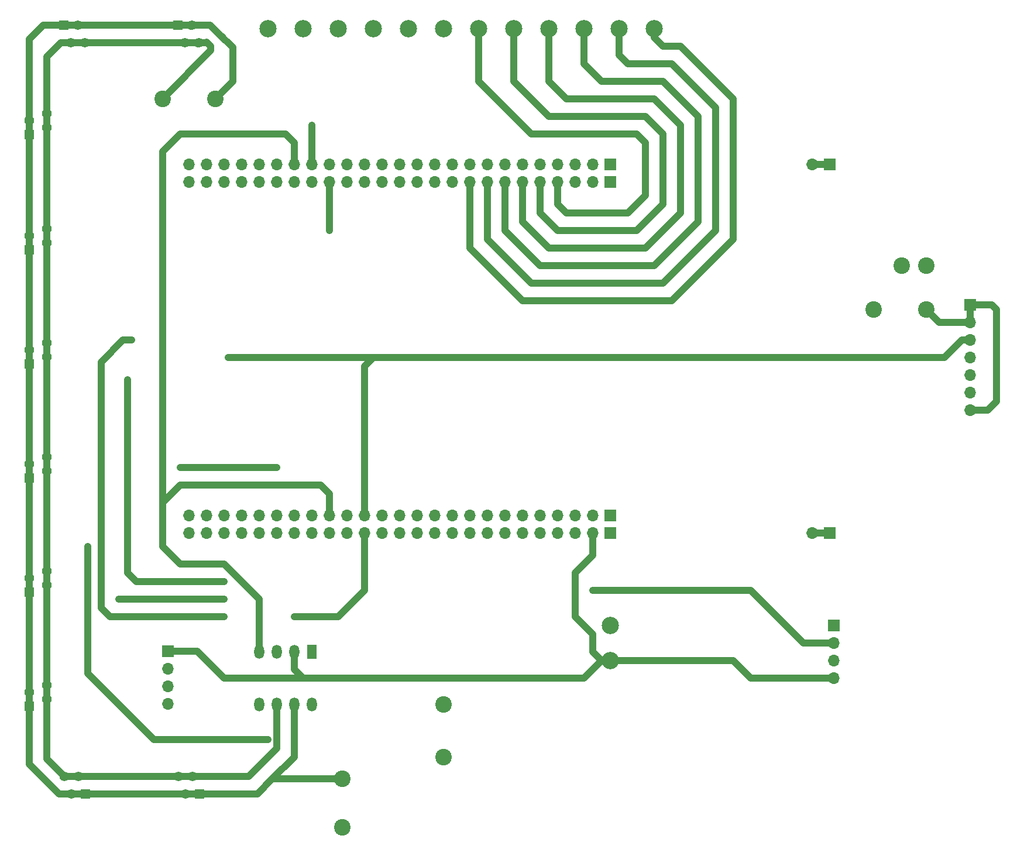
<source format=gbr>
G04 #@! TF.GenerationSoftware,KiCad,Pcbnew,(5.0.2)-1*
G04 #@! TF.CreationDate,2022-12-18T00:38:05+03:00*
G04 #@! TF.ProjectId,aks_mainboard,616b735f-6d61-4696-9e62-6f6172642e6b,rev?*
G04 #@! TF.SameCoordinates,Original*
G04 #@! TF.FileFunction,Copper,L2,Bot*
G04 #@! TF.FilePolarity,Positive*
%FSLAX46Y46*%
G04 Gerber Fmt 4.6, Leading zero omitted, Abs format (unit mm)*
G04 Created by KiCad (PCBNEW (5.0.2)-1) date 18.12.2022 00:38:05*
%MOMM*%
%LPD*%
G01*
G04 APERTURE LIST*
G04 #@! TA.AperFunction,ComponentPad*
%ADD10C,2.400000*%
G04 #@! TD*
G04 #@! TA.AperFunction,ComponentPad*
%ADD11R,1.408000X1.408000*%
G04 #@! TD*
G04 #@! TA.AperFunction,ComponentPad*
%ADD12C,1.408000*%
G04 #@! TD*
G04 #@! TA.AperFunction,ComponentPad*
%ADD13C,2.499360*%
G04 #@! TD*
G04 #@! TA.AperFunction,ComponentPad*
%ADD14O,1.700000X1.700000*%
G04 #@! TD*
G04 #@! TA.AperFunction,ComponentPad*
%ADD15R,1.700000X1.700000*%
G04 #@! TD*
G04 #@! TA.AperFunction,ComponentPad*
%ADD16O,1.440000X2.000000*%
G04 #@! TD*
G04 #@! TA.AperFunction,ComponentPad*
%ADD17R,1.440000X2.000000*%
G04 #@! TD*
G04 #@! TA.AperFunction,ViaPad*
%ADD18C,0.800000*%
G04 #@! TD*
G04 #@! TA.AperFunction,Conductor*
%ADD19C,1.000000*%
G04 #@! TD*
G04 APERTURE END LIST*
D10*
G04 #@! TO.P,,1*
G04 #@! TO.N,N/C*
X122555000Y-163830000D03*
G04 #@! TD*
G04 #@! TO.P,,1*
G04 #@! TO.N,N/C*
X122555000Y-156845000D03*
G04 #@! TD*
G04 #@! TO.P,,1*
G04 #@! TO.N,N/C*
X104140000Y-58420000D03*
G04 #@! TD*
G04 #@! TO.P,,1*
G04 #@! TO.N,N/C*
X96520000Y-58420000D03*
G04 #@! TD*
G04 #@! TO.P,,1*
G04 #@! TO.N,N/C*
X203479400Y-82524600D03*
G04 #@! TD*
G04 #@! TO.P,,1*
G04 #@! TO.N,N/C*
X207010000Y-82550000D03*
G04 #@! TD*
G04 #@! TO.P,,1*
G04 #@! TO.N,N/C*
X199390000Y-88900000D03*
G04 #@! TD*
G04 #@! TO.P,,1*
G04 #@! TO.N,N/C*
X207010000Y-88900000D03*
G04 #@! TD*
D11*
G04 #@! TO.P,,1*
G04 #@! TO.N,N/C*
X85350000Y-158990000D03*
D12*
G04 #@! TO.P,,2*
X84330000Y-156450000D03*
G04 #@! TO.P,,3*
X83310000Y-158990000D03*
G04 #@! TO.P,,4*
X82290000Y-156450000D03*
G04 #@! TD*
G04 #@! TO.P,,4*
G04 #@! TO.N,N/C*
X98800000Y-156450000D03*
G04 #@! TO.P,,3*
X99820000Y-158990000D03*
G04 #@! TO.P,,2*
X100840000Y-156450000D03*
D11*
G04 #@! TO.P,,1*
X101860000Y-158990000D03*
G04 #@! TD*
D13*
G04 #@! TO.P,,1*
G04 #@! TO.N,N/C*
X121920000Y-48260000D03*
X127000000Y-48260000D03*
G04 #@! TD*
D14*
G04 #@! TO.P,,4*
G04 #@! TO.N,N/C*
X97313948Y-145984868D03*
G04 #@! TO.P,,3*
X97313948Y-143444868D03*
G04 #@! TO.P,,2*
X97313948Y-140904868D03*
D15*
G04 #@! TO.P,,1*
X97313948Y-138364868D03*
G04 #@! TD*
D13*
G04 #@! TO.P,,1*
G04 #@! TO.N,N/C*
X162560000Y-48260000D03*
X167640000Y-48260000D03*
G04 #@! TD*
G04 #@! TO.P,,1*
G04 #@! TO.N,N/C*
X116840000Y-48260000D03*
X111760000Y-48260000D03*
G04 #@! TD*
G04 #@! TO.P,,1*
G04 #@! TO.N,N/C*
X137160000Y-48260000D03*
X132080000Y-48260000D03*
G04 #@! TD*
G04 #@! TO.P,,1*
G04 #@! TO.N,N/C*
X147320000Y-48260000D03*
X142240000Y-48260000D03*
G04 #@! TD*
D11*
G04 #@! TO.P,,1*
G04 #@! TO.N,N/C*
X82236361Y-47716901D03*
D12*
G04 #@! TO.P,,2*
X83256361Y-50256901D03*
G04 #@! TO.P,,3*
X84276361Y-47716901D03*
G04 #@! TO.P,,4*
X85296361Y-50256901D03*
G04 #@! TD*
D11*
G04 #@! TO.P,,1*
G04 #@! TO.N,N/C*
X98746361Y-47716901D03*
D12*
G04 #@! TO.P,,2*
X99766361Y-50256901D03*
G04 #@! TO.P,,3*
X100786361Y-47716901D03*
G04 #@! TO.P,,4*
X101806361Y-50256901D03*
G04 #@! TD*
D11*
G04 #@! TO.P,,1*
G04 #@! TO.N,N/C*
X77230000Y-63600000D03*
D12*
G04 #@! TO.P,,2*
X79770000Y-62580000D03*
G04 #@! TO.P,,3*
X77230000Y-61560000D03*
G04 #@! TO.P,,4*
X79770000Y-60540000D03*
G04 #@! TD*
G04 #@! TO.P,,4*
G04 #@! TO.N,N/C*
X79770000Y-77210000D03*
G04 #@! TO.P,,3*
X77230000Y-78230000D03*
G04 #@! TO.P,,2*
X79770000Y-79250000D03*
D11*
G04 #@! TO.P,,1*
X77230000Y-80270000D03*
G04 #@! TD*
D12*
G04 #@! TO.P,,4*
G04 #@! TO.N,N/C*
X79770000Y-93720000D03*
G04 #@! TO.P,,3*
X77230000Y-94740000D03*
G04 #@! TO.P,,2*
X79770000Y-95760000D03*
D11*
G04 #@! TO.P,,1*
X77230000Y-96780000D03*
G04 #@! TD*
D12*
G04 #@! TO.P,,4*
G04 #@! TO.N,N/C*
X79770000Y-110230000D03*
G04 #@! TO.P,,3*
X77230000Y-111250000D03*
G04 #@! TO.P,,2*
X79770000Y-112270000D03*
D11*
G04 #@! TO.P,,1*
X77230000Y-113290000D03*
G04 #@! TD*
D12*
G04 #@! TO.P,,4*
G04 #@! TO.N,N/C*
X79770000Y-126740000D03*
G04 #@! TO.P,,3*
X77230000Y-127760000D03*
G04 #@! TO.P,,2*
X79770000Y-128780000D03*
D11*
G04 #@! TO.P,,1*
X77230000Y-129800000D03*
G04 #@! TD*
D12*
G04 #@! TO.P,,4*
G04 #@! TO.N,N/C*
X79770000Y-143250000D03*
G04 #@! TO.P,,3*
X77230000Y-144270000D03*
G04 #@! TO.P,,2*
X79770000Y-145290000D03*
D11*
G04 #@! TO.P,,1*
X77230000Y-146310000D03*
G04 #@! TD*
D10*
G04 #@! TO.P,,1*
G04 #@! TO.N,N/C*
X137160000Y-146050000D03*
G04 #@! TD*
D15*
G04 #@! TO.P,,1*
G04 #@! TO.N,N/C*
X161290000Y-121285000D03*
D14*
G04 #@! TO.P,,2*
X158750000Y-121285000D03*
G04 #@! TO.P,,3*
X156210000Y-121285000D03*
G04 #@! TO.P,,4*
X153670000Y-121285000D03*
G04 #@! TO.P,,5*
X151130000Y-121285000D03*
G04 #@! TO.P,,6*
X148590000Y-121285000D03*
G04 #@! TO.P,,7*
X146050000Y-121285000D03*
G04 #@! TO.P,,8*
X143510000Y-121285000D03*
G04 #@! TO.P,,9*
X140970000Y-121285000D03*
G04 #@! TO.P,,10*
X138430000Y-121285000D03*
G04 #@! TO.P,,11*
X135890000Y-121285000D03*
G04 #@! TO.P,,12*
X133350000Y-121285000D03*
G04 #@! TO.P,,13*
X130810000Y-121285000D03*
G04 #@! TO.P,,14*
X128270000Y-121285000D03*
G04 #@! TO.P,,15*
X125730000Y-121285000D03*
G04 #@! TO.P,,16*
X123190000Y-121285000D03*
G04 #@! TO.P,,17*
X120650000Y-121285000D03*
G04 #@! TO.P,,18*
X118110000Y-121285000D03*
G04 #@! TO.P,,19*
X115570000Y-121285000D03*
G04 #@! TO.P,,20*
X113030000Y-121285000D03*
G04 #@! TO.P,,21*
X110490000Y-121285000D03*
G04 #@! TO.P,,22*
X107950000Y-121285000D03*
G04 #@! TO.P,,23*
X105410000Y-121285000D03*
G04 #@! TO.P,,24*
X102870000Y-121285000D03*
G04 #@! TO.P,,25*
X100330000Y-121285000D03*
G04 #@! TD*
G04 #@! TO.P,,25*
G04 #@! TO.N,N/C*
X100330000Y-118745000D03*
G04 #@! TO.P,,24*
X102870000Y-118745000D03*
G04 #@! TO.P,,23*
X105410000Y-118745000D03*
G04 #@! TO.P,,22*
X107950000Y-118745000D03*
G04 #@! TO.P,,21*
X110490000Y-118745000D03*
G04 #@! TO.P,,20*
X113030000Y-118745000D03*
G04 #@! TO.P,,19*
X115570000Y-118745000D03*
G04 #@! TO.P,,18*
X118110000Y-118745000D03*
G04 #@! TO.P,,17*
X120650000Y-118745000D03*
G04 #@! TO.P,,16*
X123190000Y-118745000D03*
G04 #@! TO.P,,15*
X125730000Y-118745000D03*
G04 #@! TO.P,,14*
X128270000Y-118745000D03*
G04 #@! TO.P,,13*
X130810000Y-118745000D03*
G04 #@! TO.P,,12*
X133350000Y-118745000D03*
G04 #@! TO.P,,11*
X135890000Y-118745000D03*
G04 #@! TO.P,,10*
X138430000Y-118745000D03*
G04 #@! TO.P,,9*
X140970000Y-118745000D03*
G04 #@! TO.P,,8*
X143510000Y-118745000D03*
G04 #@! TO.P,,7*
X146050000Y-118745000D03*
G04 #@! TO.P,,6*
X148590000Y-118745000D03*
G04 #@! TO.P,,5*
X151130000Y-118745000D03*
G04 #@! TO.P,,4*
X153670000Y-118745000D03*
G04 #@! TO.P,,3*
X156210000Y-118745000D03*
G04 #@! TO.P,,2*
X158750000Y-118745000D03*
D15*
G04 #@! TO.P,,1*
X161290000Y-118745000D03*
G04 #@! TD*
G04 #@! TO.P,,1*
G04 #@! TO.N,N/C*
X161290000Y-67945000D03*
D14*
G04 #@! TO.P,,2*
X158750000Y-67945000D03*
G04 #@! TO.P,,3*
X156210000Y-67945000D03*
G04 #@! TO.P,,4*
X153670000Y-67945000D03*
G04 #@! TO.P,,5*
X151130000Y-67945000D03*
G04 #@! TO.P,,6*
X148590000Y-67945000D03*
G04 #@! TO.P,,7*
X146050000Y-67945000D03*
G04 #@! TO.P,,8*
X143510000Y-67945000D03*
G04 #@! TO.P,,9*
X140970000Y-67945000D03*
G04 #@! TO.P,,10*
X138430000Y-67945000D03*
G04 #@! TO.P,,11*
X135890000Y-67945000D03*
G04 #@! TO.P,,12*
X133350000Y-67945000D03*
G04 #@! TO.P,,13*
X130810000Y-67945000D03*
G04 #@! TO.P,,14*
X128270000Y-67945000D03*
G04 #@! TO.P,,15*
X125730000Y-67945000D03*
G04 #@! TO.P,,16*
X123190000Y-67945000D03*
G04 #@! TO.P,,17*
X120650000Y-67945000D03*
G04 #@! TO.P,,18*
X118110000Y-67945000D03*
G04 #@! TO.P,,19*
X115570000Y-67945000D03*
G04 #@! TO.P,,20*
X113030000Y-67945000D03*
G04 #@! TO.P,,21*
X110490000Y-67945000D03*
G04 #@! TO.P,,22*
X107950000Y-67945000D03*
G04 #@! TO.P,,23*
X105410000Y-67945000D03*
G04 #@! TO.P,,24*
X102870000Y-67945000D03*
G04 #@! TO.P,,25*
X100330000Y-67945000D03*
G04 #@! TD*
G04 #@! TO.P,,25*
G04 #@! TO.N,N/C*
X100330000Y-70485000D03*
G04 #@! TO.P,,24*
X102870000Y-70485000D03*
G04 #@! TO.P,,23*
X105410000Y-70485000D03*
G04 #@! TO.P,,22*
X107950000Y-70485000D03*
G04 #@! TO.P,,21*
X110490000Y-70485000D03*
G04 #@! TO.P,,20*
X113030000Y-70485000D03*
G04 #@! TO.P,,19*
X115570000Y-70485000D03*
G04 #@! TO.P,,18*
X118110000Y-70485000D03*
G04 #@! TO.P,,17*
X120650000Y-70485000D03*
G04 #@! TO.P,,16*
X123190000Y-70485000D03*
G04 #@! TO.P,,15*
X125730000Y-70485000D03*
G04 #@! TO.P,,14*
X128270000Y-70485000D03*
G04 #@! TO.P,,13*
X130810000Y-70485000D03*
G04 #@! TO.P,,12*
X133350000Y-70485000D03*
G04 #@! TO.P,,11*
X135890000Y-70485000D03*
G04 #@! TO.P,,10*
X138430000Y-70485000D03*
G04 #@! TO.P,,9*
X140970000Y-70485000D03*
G04 #@! TO.P,,8*
X143510000Y-70485000D03*
G04 #@! TO.P,,7*
X146050000Y-70485000D03*
G04 #@! TO.P,,6*
X148590000Y-70485000D03*
G04 #@! TO.P,,5*
X151130000Y-70485000D03*
G04 #@! TO.P,,4*
X153670000Y-70485000D03*
G04 #@! TO.P,,3*
X156210000Y-70485000D03*
G04 #@! TO.P,,2*
X158750000Y-70485000D03*
D15*
G04 #@! TO.P,,1*
X161290000Y-70485000D03*
G04 #@! TD*
D14*
G04 #@! TO.P,,2*
G04 #@! TO.N,N/C*
X190500000Y-121285000D03*
D15*
G04 #@! TO.P,,1*
X193040000Y-121285000D03*
G04 #@! TD*
D14*
G04 #@! TO.P,,2*
G04 #@! TO.N,N/C*
X190500000Y-67945000D03*
D15*
G04 #@! TO.P,,1*
X193040000Y-67945000D03*
G04 #@! TD*
D14*
G04 #@! TO.P,,7*
G04 #@! TO.N,N/C*
X213360000Y-103505000D03*
G04 #@! TO.P,,6*
X213360000Y-100965000D03*
G04 #@! TO.P,,5*
X213360000Y-98425000D03*
G04 #@! TO.P,,4*
X213360000Y-95885000D03*
G04 #@! TO.P,,3*
X213360000Y-93345000D03*
G04 #@! TO.P,,2*
X213360000Y-90805000D03*
D15*
G04 #@! TO.P,,1*
X213360000Y-88265000D03*
G04 #@! TD*
D13*
G04 #@! TO.P,,1*
G04 #@! TO.N,N/C*
X161290000Y-134620000D03*
X161290000Y-139700000D03*
G04 #@! TD*
D16*
G04 #@! TO.P,,13*
G04 #@! TO.N,N/C*
X110490000Y-146050000D03*
G04 #@! TO.P,,4*
X110490000Y-138430000D03*
G04 #@! TO.P,,14*
X113030000Y-146050000D03*
G04 #@! TO.P,,3*
X113030000Y-138430000D03*
G04 #@! TO.P,,15*
X115570000Y-146050000D03*
G04 #@! TO.P,,2*
X115570000Y-138430000D03*
G04 #@! TO.P,,16*
X118110000Y-146050000D03*
D17*
G04 #@! TO.P,,1*
X118110000Y-138430000D03*
G04 #@! TD*
D10*
G04 #@! TO.P,,1*
G04 #@! TO.N,N/C*
X137160000Y-153670000D03*
G04 #@! TD*
D13*
G04 #@! TO.P,,1*
G04 #@! TO.N,N/C*
X152400000Y-48260000D03*
X157480000Y-48260000D03*
G04 #@! TD*
D14*
G04 #@! TO.P,,4*
G04 #@! TO.N,N/C*
X193675000Y-142240000D03*
G04 #@! TO.P,,3*
X193675000Y-139700000D03*
G04 #@! TO.P,,2*
X193675000Y-137160000D03*
D15*
G04 #@! TO.P,,1*
X193675000Y-134620000D03*
G04 #@! TD*
D18*
G04 #@! TO.N,*
X90170000Y-130810000D03*
X105410000Y-130810000D03*
X105410000Y-128270000D03*
X91440000Y-99060000D03*
X106045000Y-95885000D03*
X115570000Y-133350000D03*
X105410000Y-133350000D03*
X105410000Y-133350000D03*
X92075000Y-93345000D03*
X113030000Y-111760000D03*
X99060000Y-111760000D03*
X85725000Y-123190000D03*
X111734600Y-151130000D03*
X158750000Y-129540000D03*
X108980000Y-156450000D03*
G04 #@! TD*
D19*
G04 #@! TO.N,*
X213299700Y-98485300D02*
X213360000Y-98425000D01*
X215900000Y-103505000D02*
X213360000Y-103505000D01*
X217170000Y-102235000D02*
X215900000Y-103505000D01*
X217170000Y-88900000D02*
X217170000Y-102235000D01*
X213360000Y-88265000D02*
X216535000Y-88265000D01*
X216535000Y-88265000D02*
X217170000Y-88900000D01*
X185928000Y-95885000D02*
X200914000Y-95885000D01*
X200914000Y-95885000D02*
X199390000Y-95885000D01*
X170180000Y-95885000D02*
X185928000Y-95885000D01*
X101606361Y-50456901D02*
X101806361Y-50256901D01*
X100586361Y-47916901D02*
X100786361Y-47716901D01*
X142240000Y-55880000D02*
X142240000Y-48260000D01*
X149860000Y-63500000D02*
X142240000Y-55880000D01*
X165100000Y-63500000D02*
X149860000Y-63500000D01*
X153670000Y-70485000D02*
X153670000Y-73660000D01*
X153670000Y-73660000D02*
X154940000Y-74930000D01*
X154940000Y-74930000D02*
X163830000Y-74930000D01*
X163830000Y-74930000D02*
X166370000Y-72390000D01*
X166370000Y-72390000D02*
X166370000Y-64770000D01*
X166370000Y-64770000D02*
X165100000Y-63500000D01*
X147320000Y-55880000D02*
X147320000Y-48260000D01*
X166370000Y-60960000D02*
X152400000Y-60960000D01*
X151130000Y-74930000D02*
X153670000Y-77470000D01*
X152400000Y-60960000D02*
X147320000Y-55880000D01*
X151130000Y-70485000D02*
X151130000Y-74930000D01*
X153670000Y-77470000D02*
X165100000Y-77470000D01*
X165100000Y-77470000D02*
X168910000Y-73660000D01*
X168910000Y-73660000D02*
X168910000Y-63500000D01*
X168910000Y-63500000D02*
X166370000Y-60960000D01*
X152400000Y-55880000D02*
X152400000Y-48260000D01*
X154940000Y-58420000D02*
X152400000Y-55880000D01*
X167640000Y-58420000D02*
X154940000Y-58420000D01*
X148590000Y-76200000D02*
X152400000Y-80010000D01*
X148590000Y-70485000D02*
X148590000Y-76200000D01*
X152400000Y-80010000D02*
X166370000Y-80010000D01*
X166370000Y-80010000D02*
X171450000Y-74930000D01*
X171450000Y-74930000D02*
X171450000Y-62230000D01*
X171450000Y-62230000D02*
X167640000Y-58420000D01*
X157480000Y-53340000D02*
X157480000Y-48260000D01*
X168910000Y-55880000D02*
X160020000Y-55880000D01*
X151130000Y-82550000D02*
X167640000Y-82550000D01*
X160020000Y-55880000D02*
X157480000Y-53340000D01*
X167640000Y-82550000D02*
X173990000Y-76200000D01*
X146050000Y-70485000D02*
X146050000Y-77470000D01*
X173990000Y-76200000D02*
X173990000Y-60960000D01*
X146050000Y-77470000D02*
X151130000Y-82550000D01*
X173990000Y-60960000D02*
X168910000Y-55880000D01*
X162560000Y-52070000D02*
X162560000Y-48260000D01*
X163830000Y-53340000D02*
X162560000Y-52070000D01*
X170180000Y-53340000D02*
X163830000Y-53340000D01*
X143510000Y-78740000D02*
X149860000Y-85090000D01*
X149860000Y-85090000D02*
X168910000Y-85090000D01*
X168910000Y-85090000D02*
X176530000Y-77470000D01*
X143510000Y-70485000D02*
X143510000Y-78740000D01*
X176530000Y-77470000D02*
X176530000Y-59690000D01*
X176530000Y-59690000D02*
X170180000Y-53340000D01*
X140970000Y-80010000D02*
X148590000Y-87630000D01*
X140970000Y-70485000D02*
X140970000Y-80010000D01*
X148590000Y-87630000D02*
X170180000Y-87630000D01*
X170180000Y-87630000D02*
X179070000Y-78740000D01*
X167640000Y-48260000D02*
X167640000Y-49530000D01*
X167640000Y-49530000D02*
X168910000Y-50800000D01*
X168910000Y-50800000D02*
X171450000Y-50800000D01*
X171450000Y-50800000D02*
X179070000Y-58420000D01*
X115570000Y-140970000D02*
X115570000Y-138430000D01*
X116840000Y-142240000D02*
X115570000Y-140970000D01*
X101534868Y-138364868D02*
X97313948Y-138364868D01*
X116840000Y-142240000D02*
X105410000Y-142240000D01*
X105410000Y-142240000D02*
X101534868Y-138364868D01*
X119380000Y-114300000D02*
X120650000Y-115570000D01*
X99060000Y-114300000D02*
X119380000Y-114300000D01*
X110490000Y-130810000D02*
X105410000Y-125730000D01*
X120650000Y-115570000D02*
X120650000Y-118745000D01*
X110490000Y-138430000D02*
X110490000Y-130810000D01*
X105410000Y-125730000D02*
X99060000Y-125730000D01*
X99060000Y-125730000D02*
X96520000Y-123190000D01*
X96520000Y-116840000D02*
X99060000Y-114300000D01*
X158750000Y-137160000D02*
X158750000Y-138430000D01*
X158750000Y-138430000D02*
X160020000Y-139700000D01*
X108980000Y-156450000D02*
X108980000Y-156450000D01*
X113030000Y-146050000D02*
X113030000Y-152400000D01*
X113030000Y-152400000D02*
X108980000Y-156450000D01*
X115570000Y-146050000D02*
X115570000Y-153670000D01*
X110250000Y-158990000D02*
X99820000Y-158990000D01*
X99820000Y-158990000D02*
X83310000Y-158990000D01*
X83310000Y-158990000D02*
X81520000Y-158990000D01*
X77230000Y-154700000D02*
X77230000Y-144270000D01*
X81520000Y-158990000D02*
X77230000Y-154700000D01*
X77030000Y-61400000D02*
X77030000Y-61560000D01*
X77230000Y-144270000D02*
X77230000Y-61200000D01*
X77230000Y-61200000D02*
X77030000Y-61400000D01*
X77230000Y-61560000D02*
X77230000Y-49770000D01*
X79283099Y-47716901D02*
X84276361Y-47716901D01*
X77230000Y-49770000D02*
X79283099Y-47716901D01*
X84276361Y-47716901D02*
X100786361Y-47716901D01*
X79770000Y-52310000D02*
X79770000Y-95760000D01*
X83256361Y-50256901D02*
X81823099Y-50256901D01*
X81823099Y-50256901D02*
X79770000Y-52310000D01*
X79770000Y-95760000D02*
X79770000Y-128780000D01*
X79770000Y-153930000D02*
X82290000Y-156450000D01*
X79770000Y-126740000D02*
X79770000Y-153930000D01*
X82290000Y-156450000D02*
X100840000Y-156450000D01*
X96520000Y-107950000D02*
X96520000Y-118110000D01*
X96520000Y-66040000D02*
X96520000Y-107950000D01*
X96520000Y-118110000D02*
X96520000Y-116840000D01*
X96520000Y-123190000D02*
X96520000Y-118110000D01*
X115570000Y-64770000D02*
X114300000Y-63500000D01*
X115570000Y-67945000D02*
X115570000Y-64770000D01*
X114300000Y-63500000D02*
X99060000Y-63500000D01*
X99060000Y-63500000D02*
X96520000Y-66040000D01*
X90170000Y-130810000D02*
X104140000Y-130810000D01*
X104140000Y-130810000D02*
X105410000Y-130810000D01*
X105410000Y-130810000D02*
X105410000Y-130810000D01*
X208915000Y-90805000D02*
X207010000Y-88900000D01*
X213360000Y-90805000D02*
X208915000Y-90805000D01*
X105410000Y-128270000D02*
X92710000Y-128270000D01*
X92710000Y-128270000D02*
X91440000Y-127000000D01*
X91440000Y-127000000D02*
X91440000Y-99060000D01*
X91440000Y-99060000D02*
X91440000Y-99060000D01*
X106045000Y-95885000D02*
X106045000Y-95885000D01*
X125730000Y-97155000D02*
X127000000Y-95885000D01*
X125730000Y-118745000D02*
X125730000Y-97155000D01*
X170180000Y-95885000D02*
X127000000Y-95885000D01*
X127000000Y-95885000D02*
X106045000Y-95885000D01*
X125730000Y-121285000D02*
X125730000Y-129540000D01*
X125730000Y-129540000D02*
X121920000Y-133350000D01*
X121920000Y-133350000D02*
X115570000Y-133350000D01*
X115570000Y-133350000D02*
X115570000Y-133350000D01*
X91509315Y-93345000D02*
X92075000Y-93345000D01*
X90805000Y-93345000D02*
X91509315Y-93345000D01*
X87630000Y-96520000D02*
X90805000Y-93345000D01*
X87630000Y-132080000D02*
X87630000Y-96520000D01*
X88900000Y-133350000D02*
X87630000Y-132080000D01*
X105410000Y-133350000D02*
X88900000Y-133350000D01*
X120650000Y-70485000D02*
X120650000Y-73660000D01*
X120650000Y-73660000D02*
X120650000Y-77470000D01*
X118110000Y-67945000D02*
X118110000Y-62230000D01*
X179070000Y-78740000D02*
X179070000Y-58420000D01*
X190500000Y-121285000D02*
X193040000Y-121285000D01*
X190500000Y-67945000D02*
X193040000Y-67945000D01*
X213360000Y-88265000D02*
X213360000Y-90805000D01*
X209617919Y-95885000D02*
X203200000Y-95885000D01*
X212157919Y-93345000D02*
X209617919Y-95885000D01*
X203200000Y-95885000D02*
X200914000Y-95885000D01*
X213360000Y-93345000D02*
X212157919Y-93345000D01*
X113030000Y-111760000D02*
X99060000Y-111760000D01*
X99060000Y-111760000D02*
X99060000Y-111760000D01*
X85725000Y-123190000D02*
X85725000Y-141605000D01*
X85725000Y-141605000D02*
X95250000Y-151130000D01*
X95250000Y-151130000D02*
X111734600Y-151130000D01*
X111125000Y-151130000D02*
X111734600Y-151130000D01*
X111734600Y-151130000D02*
X111125000Y-151130000D01*
X161290000Y-139700000D02*
X179070000Y-139700000D01*
X181610000Y-142240000D02*
X193675000Y-142240000D01*
X179070000Y-139700000D02*
X181610000Y-142240000D01*
X158750000Y-121285000D02*
X158750000Y-124460000D01*
X158750000Y-124460000D02*
X156210000Y-127000000D01*
X156210000Y-127000000D02*
X156210000Y-133350000D01*
X158750000Y-135890000D02*
X158750000Y-138430000D01*
X156210000Y-133350000D02*
X158750000Y-135890000D01*
X157480000Y-142240000D02*
X160020000Y-139700000D01*
X116840000Y-142240000D02*
X157480000Y-142240000D01*
X161290000Y-139700000D02*
X160020000Y-139700000D01*
X158750000Y-129540000D02*
X181610000Y-129540000D01*
X181610000Y-129540000D02*
X189230000Y-137160000D01*
X189230000Y-137160000D02*
X193675000Y-137160000D01*
X100786361Y-47716901D02*
X103413099Y-47716901D01*
X106680000Y-50983802D02*
X104775000Y-49078802D01*
X106680000Y-55880000D02*
X106680000Y-50983802D01*
X104140000Y-58420000D02*
X106680000Y-55880000D01*
X103413099Y-47716901D02*
X104775000Y-49078802D01*
X104775000Y-49078802D02*
X105226198Y-49530000D01*
X96520000Y-58420000D02*
X103505000Y-51435000D01*
X102801967Y-50256901D02*
X102870000Y-50188868D01*
X101806361Y-50256901D02*
X102801967Y-50256901D01*
X102870000Y-50188868D02*
X102893868Y-50188868D01*
X103505000Y-50800000D02*
X103505000Y-51435000D01*
X102893868Y-50188868D02*
X103505000Y-50800000D01*
X102961901Y-50256901D02*
X103505000Y-50800000D01*
X98425000Y-50256901D02*
X102961901Y-50256901D01*
X98425000Y-50256901D02*
X101806361Y-50256901D01*
X83256361Y-50256901D02*
X98425000Y-50256901D01*
X108980000Y-156450000D02*
X98800000Y-156450000D01*
X122555000Y-156845000D02*
X112395000Y-156845000D01*
X115570000Y-153670000D02*
X112395000Y-156845000D01*
X112395000Y-156845000D02*
X110250000Y-158990000D01*
G04 #@! TD*
M02*

</source>
